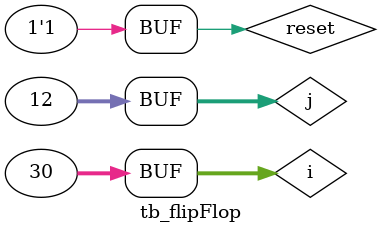
<source format=v>
`timescale 1ns/1ps

module tb_flipFlop;
    wire q,q_bar;
    reg d, clock,reset;
    integer i,j;

    flipFlop dat(.d(d),.clock(clock),.q(q),.q_bar(q_bar),.reset(reset));
    initial
        begin
            $dumpfile("wave_flipFlopRest.vcd");
            $dumpvars(0,tb_flipFlop);
            clock = 0;
                for(i=0; i<30;i=i+1) begin
                    #10 clock = ~clock;
                end
            reset = 1;
        end
    initial 
        begin
            d = 0;
            reset = 1;
            for(j=0;j<12;j=j+1)begin
                #25 d = ~ d;
                if(j%4==0&&j>0)
                    reset = ~ reset;
            end
            
        end
    always @ (d)
        begin
          $display("D = %d, clock = %d", d, clock);
        end
endmodule

</source>
